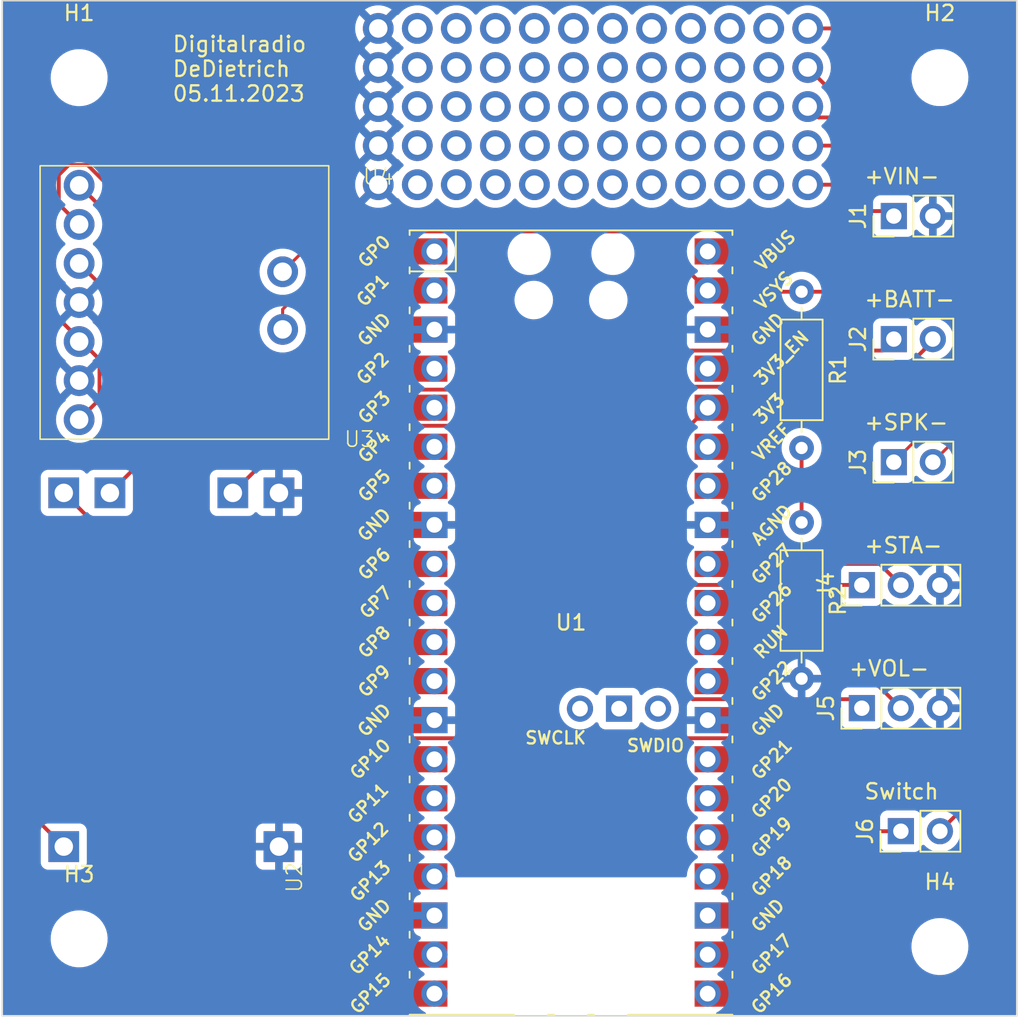
<source format=kicad_pcb>
(kicad_pcb (version 20221018) (generator pcbnew)
  (layers (0 "F.Cu" signal) (31 "B.Cu" signal) (34 "B.Paste" user) (35 "F.Paste" user) (36 "B.SilkS" user "B.Silkscreen") (37 "F.SilkS" user "F.Silkscreen") (38 "B.Mask" user) (39 "F.Mask" user) (44 "Edge.Cuts" user))
  (net 0 "")
  (net 1 "+5V")
  (net 2 "GND")
  (net 3 "+BATT")
  (net 4 "-BATT")
  (net 5 "SPKP")
  (net 6 "SPKN")
  (net 7 "+3V3")
  (net 8 "AIN_STATION")
  (net 9 "AIN_VOLUME")
  (net 10 "V_BAT_A")
  (net 11 "V_BAT_S")
  (net 12 "AIN_BAT")
  (net 13 "I2S_SDA")
  (net 14 "I2S_BCLK")
  (net 15 "I2S_LRC")
  (net 30 "Net-(U1-GPIO17)")
  (net 32 "Net-(U1-GPIO18)")
  (net 33 "Net-(U1-GPIO19)")
  (net 34 "Net-(U1-GPIO20)")
  (net 35 "Net-(U1-GPIO21)")
  (footprint "Eigene Symbole:BatteryChargeAndProtectionModule" (layer "F.Cu") (at 119.5 106 90)
    (fp_text reference "U2" (at 0 -0.5 90 unlocked) (layer "F.SilkS") (effects (font (thickness 0.1))))
    (fp_text value "~")
    (pad "1" thru_hole rect (at 2 -1.5 90) (size 2 2) (drill 1.2) (layers "*.Cu" "*.Mask") (net 2 "GND"))
    (pad "2" thru_hole rect (at 2 -15.5 90) (size 2 2) (drill 1.2) (layers "*.Cu" "*.Mask") (net 1 "+5V"))
    (pad "3" thru_hole rect (at 25 -15.5 90) (size 2 2) (drill 1.2) (layers "*.Cu" "*.Mask") (net 10 "V_BAT_A"))
    (pad "4" thru_hole rect (at 25 -12.5 90) (size 2 2) (drill 1.2) (layers "*.Cu" "*.Mask") (net 3 "+BATT"))
    (pad "5" thru_hole rect (at 25 -4.5 90) (size 2 2) (drill 1.2) (layers "*.Cu" "*.Mask") (net 4 "-BATT"))
    (pad "6" thru_hole rect (at 25 -1.5 90) (size 2 2) (drill 1.2) (layers "*.Cu" "*.Mask") (net 2 "GND"))
  )
  (footprint "Resistor_THT:R_Axial_DIN0207_L6.3mm_D2.5mm_P10.16mm_Horizontal" (layer "F.Cu") (at 152 67.92 -90)
    (fp_text reference "R1" (at 5.08 -2.37 90) (layer "F.SilkS"))
    (fp_text value "10K")
    (fp_line (start 1.04 0) (end 1.81 0) (stroke (width 0.12)) (layer "F.SilkS"))
    (fp_line (start 1.81 -1.37) (end 1.81 1.37) (stroke (width 0.12)) (layer "F.SilkS"))
    (fp_line (start 1.81 1.37) (end 8.35 1.37) (stroke (width 0.12)) (layer "F.SilkS"))
    (fp_line (start 8.35 -1.37) (end 1.81 -1.37) (stroke (width 0.12)) (layer "F.SilkS"))
    (fp_line (start 8.35 1.37) (end 8.35 -1.37) (stroke (width 0.12)) (layer "F.SilkS"))
    (fp_line (start 9.12 0) (end 8.35 0) (stroke (width 0.12)) (layer "F.SilkS"))
    (pad "1" thru_hole circle (at 0 0 270) (size 1.6 1.6) (drill 0.8) (layers "*.Cu" "*.Mask") (net 11 "V_BAT_S"))
    (pad "2" thru_hole oval (at 10.16 0 270) (size 1.6 1.6) (drill 0.8) (layers "*.Cu" "*.Mask") (net 12 "AIN_BAT"))
  )
  (footprint "MountingHole:MountingHole_3.2mm_M3" (layer "F.Cu") (at 105 54)
    (fp_text reference "H1" (at 0 -4.2) (layer "F.SilkS"))
    (fp_text value "MountingHole")
    (pad "" np_thru_hole circle (at 0 0) (size 3.2 3.2) (drill 3.2) (layers "*.Cu" "*.Mask"))
  )
  (footprint "MountingHole:MountingHole_3.2mm_M3" (layer "F.Cu") (at 161 54)
    (fp_text reference "H2" (at 0 -4.2) (layer "F.SilkS"))
    (fp_text value "MountingHole")
    (pad "" np_thru_hole circle (at 0 0) (size 3.2 3.2) (drill 3.2) (layers "*.Cu" "*.Mask"))
  )
  (footprint "RPi_Pico:RPi_PicoW_SMD_TH" (layer "F.Cu") (at 137 89.43)
    (fp_text reference "U1" (at 0 0) (layer "F.SilkS"))
    (fp_text value "PicoW")
    (fp_text user "VBUS" (at 13.3 -24.2 45) (layer "F.SilkS") (effects (font (size 0.8 0.8))))
    (fp_text user "GP2" (at -12.9 -16.51 45) (layer "F.SilkS") (effects (font (size 0.8 0.8))))
    (fp_text user "GP17" (at 13.054 21.59 45) (layer "F.SilkS") (effects (font (size 0.8 0.8))))
    (fp_text user "GP13" (at -13.054 16.8325 45) (layer "F.SilkS") (effects (font (size 0.8 0.8))))
    (fp_text user "GP18" (at 13.054 16.51 45) (layer "F.SilkS") (effects (font (size 0.8 0.8))))
    (fp_text user "GP3" (at -12.8 -13.97 45) (layer "F.SilkS") (effects (font (size 0.8 0.8))))
    (fp_text user "GP26" (at 13.054 -1.27 45) (layer "F.SilkS") (effects (font (size 0.8 0.8))))
    (fp_text user "GP5" (at -12.8 -8.89 45) (layer "F.SilkS") (effects (font (size 0.8 0.8))))
    (fp_text user "GP28" (at 13.054 -9.144 45) (layer "F.SilkS") (effects (font (size 0.8 0.8))))
    (fp_text user "GP0" (at -12.8 -24.13 45) (layer "F.SilkS") (effects (font (size 0.8 0.8))))
    (fp_text user "GP27" (at 13.054 -3.8 45) (layer "F.SilkS") (effects (font (size 0.8 0.8))))
    (fp_text user "GP7" (at -12.7 -1.3 45) (layer "F.SilkS") (effects (font (size 0.8 0.8))))
    (fp_text user "GP14" (at -13.1 21.59 45) (layer "F.SilkS") (effects (font (size 0.8 0.8))))
    (fp_text user "SWDIO" (at 5.5 8) (layer "F.SilkS") (effects (font (size 0.8 0.8))))
    (fp_text user "GP6" (at -12.8 -3.81 45) (layer "F.SilkS") (effects (font (size 0.8 0.8))))
    (fp_text user "GP8" (at -12.8 1.27 45) (layer "F.SilkS") (effects (font (size 0.8 0.8))))
    (fp_text user "GND" (at -12.8 6.35 45) (layer "F.SilkS") (effects (font (size 0.8 0.8))))
    (fp_text user "RUN" (at 13 1.27 45) (layer "F.SilkS") (effects (font (size 0.8 0.8))))
    (fp_text user "SWCLK" (at -1 7.5) (layer "F.SilkS") (effects (font (size 0.8 0.8))))
    (fp_text user "GP11" (at -13.2 11.7525 45) (layer "F.SilkS") (effects (font (size 0.8 0.8))))
    (fp_text user "VSYS" (at 13.2 -21.59 45) (layer "F.SilkS") (effects (font (size 0.8 0.8))))
    (fp_text user "GP19" (at 13.054 13.97 45) (layer "F.SilkS") (effects (font (size 0.8 0.8))))
    (fp_text user "GP9" (at -12.8 3.81 45) (layer "F.SilkS") (effects (font (size 0.8 0.8))))
    (fp_text user "GP10" (at -13.054 8.89 45) (layer "F.SilkS") (effects (font (size 0.8 0.8))))
    (fp_text user "GP21" (at 13.054 8.9 45) (layer "F.SilkS") (effects (font (size 0.8 0.8))))
    (fp_text user "GP15" (at -13.054 24.13 45) (layer "F.SilkS") (effects (font (size 0.8 0.8))))
    (fp_text user "GND" (at -12.8 -19.05 45) (layer "F.SilkS") (effects (font (size 0.8 0.8))))
    (fp_text user "GP12" (at -13.2 14.2925 45) (layer "F.SilkS") (effects (font (size 0.8 0.8))))
    (fp_text user "3V3" (at 12.9 -13.9 45) (layer "F.SilkS") (effects (font (size 0.8 0.8))))
    (fp_text user "GP22" (at 13.054 3.81 45) (layer "F.SilkS") (effects (font (size 0.8 0.8))))
    (fp_text user "AGND" (at 13.054 -6.35 45) (layer "F.SilkS") (effects (font (size 0.8 0.8))))
    (fp_text user "GND" (at 12.8 -19.05 45) (layer "F.SilkS") (effects (font (size 0.8 0.8))))
    (fp_text user "GP1" (at -12.9 -21.6 45) (layer "F.SilkS") (effects (font (size 0.8 0.8))))
    (fp_text user "GND" (at -12.8 19.05 45) (layer "F.SilkS") (effects (font (size 0.8 0.8))))
    (fp_text user "GP20" (at 13.054 11.43 45) (layer "F.SilkS") (effects (font (size 0.8 0.8))))
    (fp_text user "3V3_EN" (at 13.7 -17.2 45) (layer "F.SilkS") (effects (font (size 0.8 0.8))))
    (fp_text user "GP4" (at -12.8 -11.43 45) (layer "F.SilkS") (effects (font (size 0.8 0.8))))
    (fp_text user "VREF" (at 13.0675 -11.7425 45) (layer "F.SilkS") (effects (font (size 0.8 0.8))))
    (fp_text user "GND" (at 12.8 6.35 45) (layer "F.SilkS") (effects (font (size 0.8 0.8))))
    (fp_text user "GND" (at -12.8 -6.35 45) (layer "F.SilkS") (effects (font (size 0.8 0.8))))
    (fp_text user "GND" (at 12.8 19.05 45) (layer "F.SilkS") (effects (font (size 0.8 0.8))))
    (fp_text user "GP16" (at 13.054 24.13 45) (layer "F.SilkS") (effects (font (size 0.8 0.8))))
    (fp_line (start -10.5 -25.5) (end -10.5 -25.2) (stroke (width 0.12)) (layer "F.SilkS"))
    (fp_line (start -10.5 -25.5) (end 10.5 -25.5) (stroke (width 0.12)) (layer "F.SilkS"))
    (fp_line (start -10.5 -23.1) (end -10.5 -22.7) (stroke (width 0.12)) (layer "F.SilkS"))
    (fp_line (start -10.5 -22.833) (end -7.493 -22.833) (stroke (width 0.12)) (layer "F.SilkS"))
    (fp_line (start -10.5 -20.5) (end -10.5 -20.1) (stroke (width 0.12)) (layer "F.SilkS"))
    (fp_line (start -10.5 -18) (end -10.5 -17.6) (stroke (width 0.12)) (layer "F.SilkS"))
    (fp_line (start -10.5 -15.4) (end -10.5 -15) (stroke (width 0.12)) (layer "F.SilkS"))
    (fp_line (start -10.5 -12.9) (end -10.5 -12.5) (stroke (width 0.12)) (layer "F.SilkS"))
    (fp_line (start -10.5 -10.4) (end -10.5 -10) (stroke (width 0.12)) (layer "F.SilkS"))
    (fp_line (start -10.5 -7.8) (end -10.5 -7.4) (stroke (width 0.12)) (layer "F.SilkS"))
    (fp_line (start -10.5 -5.3) (end -10.5 -4.9) (stroke (width 0.12)) (layer "F.SilkS"))
    (fp_line (start -10.5 -2.7) (end -10.5 -2.3) (stroke (width 0.12)) (layer "F.SilkS"))
    (fp_line (start -10.5 -0.2) (end -10.5 0.2) (stroke (width 0.12)) (layer "F.SilkS"))
    (fp_line (start -10.5 2.3) (end -10.5 2.7) (stroke (width 0.12)) (layer "F.SilkS"))
    (fp_line (start -10.5 4.9) (end -10.5 5.3) (stroke (width 0.12)) (layer "F.SilkS"))
    (fp_line (start -10.5 7.4) (end -10.5 7.8) (stroke (width 0.12)) (layer "F.SilkS"))
    (fp_line (start -10.5 10) (end -10.5 10.4) (stroke (width 0.12)) (layer "F.SilkS"))
    (fp_line (start -10.5 12.5) (end -10.5 12.9) (stroke (width 0.12)) (layer "F.SilkS"))
    (fp_line (start -10.5 15.1) (end -10.5 15.5) (stroke (width 0.12)) (layer "F.SilkS"))
    (fp_line (start -10.5 17.6) (end -10.5 18) (stroke (width 0.12)) (layer "F.SilkS"))
    (fp_line (start -10.5 20.1) (end -10.5 20.5) (stroke (width 0.12)) (layer "F.SilkS"))
    (fp_line (start -10.5 22.7) (end -10.5 23.1) (stroke (width 0.12)) (layer "F.SilkS"))
    (fp_line (start -7.493 -22.833) (end -7.493 -25.5) (stroke (width 0.12)) (layer "F.SilkS"))
    (fp_line (start -3.7 25.5) (end -10.5 25.5) (stroke (width 0.12)) (layer "F.SilkS"))
    (fp_line (start -1.5 25.5) (end -1.1 25.5) (stroke (width 0.12)) (layer "F.SilkS"))
    (fp_line (start 1.1 25.5) (end 1.5 25.5) (stroke (width 0.12)) (layer "F.SilkS"))
    (fp_line (start 10.5 -25.5) (end 10.5 -25.2) (stroke (width 0.12)) (layer "F.SilkS"))
    (fp_line (start 10.5 -23.1) (end 10.5 -22.7) (stroke (width 0.12)) (layer "F.SilkS"))
    (fp_line (start 10.5 -20.5) (end 10.5 -20.1) (stroke (width 0.12)) (layer "F.SilkS"))
    (fp_line (start 10.5 -18) (end 10.5 -17.6) (stroke (width 0.12)) (layer "F.SilkS"))
    (fp_line (start 10.5 -15.4) (end 10.5 -15) (stroke (width 0.12)) (layer "F.SilkS"))
    (fp_line (start 10.5 -12.9) (end 10.5 -12.5) (stroke (width 0.12)) (layer "F.SilkS"))
    (fp_line (start 10.5 -10.4) (end 10.5 -10) (stroke (width 0.12)) (layer "F.SilkS"))
    (fp_line (start 10.5 -7.8) (end 10.5 -7.4) (stroke (width 0.12)) (layer "F.SilkS"))
    (fp_line (start 10.5 -5.3) (end 10.5 -4.9) (stroke (width 0.12)) (layer "F.SilkS"))
    (fp_line (start 10.5 -2.7) (end 10.5 -2.3) (stroke (width 0.12)) (layer "F.SilkS"))
    (fp_line (start 10.5 -0.2) (end 10.5 0.2) (stroke (width 0.12)) (layer "F.SilkS"))
    (fp_line (start 10.5 2.3) (end 10.5 2.7) (stroke (width 0.12)) (layer "F.SilkS"))
    (fp_line (start 10.5 4.9) (end 10.5 5.3) (stroke (width 0.12)) (layer "F.SilkS"))
    (fp_line (start 10.5 7.4) (end 10.5 7.8) (stroke (width 0.12)) (layer "F.SilkS"))
    (fp_line (start 10.5 10) (end 10.5 10.4) (stroke (width 0.12)) (layer "F.SilkS"))
    (fp_line (start 10.5 12.5) (end 10.5 12.9) (stroke (width 0.12)) (layer "F.SilkS"))
    (fp_line (start 10.5 15.1) (end 10.5 15.5) (stroke (width 0.12)) (layer "F.SilkS"))
    (fp_line (start 10.5 17.6) (end 10.5 18) (stroke (width 0.12)) (layer "F.SilkS"))
    (fp_line (start 10.5 20.1) (end 10.5 20.5) (stroke (width 0.12)) (layer "F.SilkS"))
    (fp_line (start 10.5 22.7) (end 10.5 23.1) (stroke (width 0.12)) (layer "F.SilkS"))
    (fp_line (start 10.5 25.5) (end 3.7 25.5) (stroke (width 0.12)) (layer "F.SilkS"))
    (pad "" np_thru_hole oval (at -2.725 -24) (size 1.8 1.8) (drill 1.8) (layers "*.Cu" "*.Mask"))
    (pad "" np_thru_hole oval (at -2.425 -20.97) (size 1.5 1.5) (drill 1.5) (layers "*.Cu" "*.Mask"))
    (pad "" np_thru_hole oval (at 2.425 -20.97) (size 1.5 1.5) (drill 1.5) (layers "*.Cu" "*.Mask"))
    (pad "" np_thru_hole oval (at 2.725 -24) (size 1.8 1.8) (drill 1.8) (layers "*.Cu" "*.Mask"))
    (pad "1" thru_hole oval (at -8.89 -24.13) (size 1.7 1.7) (drill 1.02) (layers "*.Cu" "*.Mask") (net 14 "I2S_BCLK"))
    (pad "1" smd rect (at -8.89 -24.13) (size 3.5 1.7) (drill (offset -0.9 0)) (layers "F.Cu" "F.Mask") (net 14 "I2S_BCLK"))
    (pad "2" thru_hole oval (at -8.89 -21.59) (size 1.7 1.7) (drill 1.02) (layers "*.Cu" "*.Mask") (net 15 "I2S_LRC"))
    (pad "2" smd rect (at -8.89 -21.59) (size 3.5 1.7) (drill (offset -0.9 0)) (layers "F.Cu" "F.Mask") (net 15 "I2S_LRC"))
    (pad "3" thru_hole rect (at -8.89 -19.05) (size 1.7 1.7) (drill 1.02) (layers "*.Cu" "*.Mask") (net 2 "GND"))
    (pad "3" smd rect (at -8.89 -19.05) (size 3.5 1.7) (drill (offset -0.9 0)) (layers "F.Cu" "F.Mask") (net 2 "GND"))
    (pad "4" thru_hole oval (at -8.89 -16.51) (size 1.7 1.7) (drill 1.02) (layers "*.Cu" "*.Mask") (net 13 "I2S_SDA"))
    (pad "4" smd rect (at -8.89 -16.51) (size 3.5 1.7) (drill (offset -0.9 0)) (layers "F.Cu" "F.Mask") (net 13 "I2S_SDA"))
    (pad "5" thru_hole oval (at -8.89 -13.97) (size 1.7 1.7) (drill 1.02) (layers "*.Cu" "*.Mask"))
    (pad "5" smd rect (at -8.89 -13.97) (size 3.5 1.7) (drill (offset -0.9 0)) (layers "F.Cu" "F.Mask"))
    (pad "6" thru_hole oval (at -8.89 -11.43) (size 1.7 1.7) (drill 1.02) (layers "*.Cu" "*.Mask"))
    (pad "6" smd rect (at -8.89 -11.43) (size 3.5 1.7) (drill (offset -0.9 0)) (layers "F.Cu" "F.Mask"))
    (pad "7" thru_hole oval (at -8.89 -8.89) (size 1.7 1.7) (drill 1.02) (layers "*.Cu" "*.Mask"))
    (pad "7" smd rect (at -8.89 -8.89) (size 3.5 1.7) (drill (offset -0.9 0)) (layers "F.Cu" "F.Mask"))
    (pad "8" thru_hole rect (at -8.89 -6.35) (size 1.7 1.7) (drill 1.02) (layers "*.Cu" "*.Mask") (net 2 "GND"))
    (pad "8" smd rect (at -8.89 -6.35) (size 3.5 1.7) (drill (offset -0.9 0)) (layers "F.Cu" "F.Mask") (net 2 "GND"))
    (pad "9" thru_hole oval (at -8.89 -3.81) (size 1.7 1.7) (drill 1.02) (layers "*.Cu" "*.Mask"))
    (pad "9" smd rect (at -8.89 -3.81) (size 3.5 1.7) (drill (offset -0.9 0)) (layers "F.Cu" "F.Mask"))
    (pad "10" thru_hole oval (at -8.89 -1.27) (size 1.7 1.7) (drill 1.02) (layers "*.Cu" "*.Mask"))
    (pad "10" smd rect (at -8.89 -1.27) (size 3.5 1.7) (drill (offset -0.9 0)) (layers "F.Cu" "F.Mask"))
    (pad "11" thru_hole oval (at -8.89 1.27) (size 1.7 1.7) (drill 1.02) (layers "*.Cu" "*.Mask"))
    (pad "11" smd rect (at -8.89 1.27) (size 3.5 1.7) (drill (offset -0.9 0)) (layers "F.Cu" "F.Mask"))
    (pad "12" thru_hole oval (at -8.89 3.81) (size 1.7 1.7) (drill 1.02) (layers "*.Cu" "*.Mask"))
    (pad "12" smd rect (at -8.89 3.81) (size 3.5 1.7) (drill (offset -0.9 0)) (layers "F.Cu" "F.Mask"))
    (pad "13" thru_hole rect (at -8.89 6.35) (size 1.7 1.7) (drill 1.02) (layers "*.Cu" "*.Mask") (net 2 "GND"))
    (pad "13" smd rect (at -8.89 6.35) (size 3.5 1.7) (drill (offset -0.9 0)) (layers "F.Cu" "F.Mask") (net 2 "GND"))
    (pad "14" thru_hole oval (at -8.89 8.89) (size 1.7 1.7) (drill 1.02) (layers "*.Cu" "*.Mask"))
    (pad "14" smd rect (at -8.89 8.89) (size 3.5 1.7) (drill (offset -0.9 0)) (layers "F.Cu" "F.Mask"))
    (pad "15" thru_hole oval (at -8.89 11.43) (size 1.7 1.7) (drill 1.02) (layers "*.Cu" "*.Mask"))
    (pad "15" smd rect (at -8.89 11.43) (size 3.5 1.7) (drill (offset -0.9 0)) (layers "F.Cu" "F.Mask"))
    (pad "16" thru_hole oval (at -8.89 13.97) (size 1.7 1.7) (drill 1.02) (layers "*.Cu" "*.Mask"))
    (pad "16" smd rect (at -8.89 13.97) (size 3.5 1.7) (drill (offset -0.9 0)) (layers "F.Cu" "F.Mask"))
    (pad "17" thru_hole oval (at -8.89 16.51) (size 1.7 1.7) (drill 1.02) (layers "*.Cu" "*.Mask"))
    (pad "17" smd rect (at -8.89 16.51) (size 3.5 1.7) (drill (offset -0.9 0)) (layers "F.Cu" "F.Mask"))
    (pad "18" thru_hole rect (at -8.89 19.05) (size 1.7 1.7) (drill 1.02) (layers "*.Cu" "*.Mask") (net 2 "GND"))
    (pad "18" smd rect (at -8.89 19.05) (size 3.5 1.7) (drill (offset -0.9 0)) (layers "F.Cu" "F.Mask") (net 2 "GND"))
    (pad "19" thru_hole oval (at -8.89 21.59) (size 1.7 1.7) (drill 1.02) (layers "*.Cu" "*.Mask"))
    (pad "19" smd rect (at -8.89 21.59) (size 3.5 1.7) (drill (offset -0.9 0)) (layers "F.Cu" "F.Mask"))
    (pad "20" thru_hole oval (at -8.89 24.13) (size 1.7 1.7) (drill 1.02) (layers "*.Cu" "*.Mask"))
    (pad "20" smd rect (at -8.89 24.13) (size 3.5 1.7) (drill (offset -0.9 0)) (layers "F.Cu" "F.Mask"))
    (pad "21" thru_hole oval (at 8.89 24.13) (size 1.7 1.7) (drill 1.02) (layers "*.Cu" "*.Mask"))
    (pad "21" smd rect (at 8.89 24.13) (size 3.5 1.7) (drill (offset 0.9 0)) (layers "F.Cu" "F.Mask"))
    (pad "22" thru_hole oval (at 8.89 21.59) (size 1.7 1.7) (drill 1.02) (layers "*.Cu" "*.Mask") (net 30 "Net-(U1-GPIO17)"))
    (pad "22" smd rect (at 8.89 21.59) (size 3.5 1.7) (drill (offset 0.9 0)) (layers "F.Cu" "F.Mask") (net 30 "Net-(U1-GPIO17)"))
    (pad "23" thru_hole rect (at 8.89 19.05) (size 1.7 1.7) (drill 1.02) (layers "*.Cu" "*.Mask"))
    (pad "23" smd rect (at 8.89 19.05) (size 3.5 1.7) (drill (offset 0.9 0)) (layers "F.Cu" "F.Mask"))
    (pad "24" thru_hole oval (at 8.89 16.51) (size 1.7 1.7) (drill 1.02) (layers "*.Cu" "*.Mask") (net 32 "Net-(U1-GPIO18)"))
    (pad "24" smd rect (at 8.89 16.51) (size 3.5 1.7) (drill (offset 0.9 0)) (layers "F.Cu" "F.Mask") (net 32 "Net-(U1-GPIO18)"))
    (pad "25" thru_hole oval (at 8.89 13.97) (size 1.7 1.7) (drill 1.02) (layers "*.Cu" "*.Mask") (net 33 "Net-(U1-GPIO19)"))
    (pad "25" smd rect (at 8.89 13.97) (size 3.5 1.7) (drill (offset 0.9 0)) (layers "F.Cu" "F.Mask") (net 33 "Net-(U1-GPIO19)"))
    (pad "26" thru_hole oval (at 8.89 11.43) (size 1.7 1.7) (drill 1.02) (layers "*.Cu" "*.Mask") (net 34 "Net-(U1-GPIO20)"))
    (pad "26" smd rect (at 8.89 11.43) (size 3.5 1.7) (drill (offset 0.9 0)) (layers "F.Cu" "F.Mask") (net 34 "Net-(U1-GPIO20)"))
    (pad "27" thru_hole oval (at 8.89 8.89) (size 1.7 1.7) (drill 1.02) (layers "*.Cu" "*.Mask") (net 35 "Net-(U1-GPIO21)"))
    (pad "27" smd rect (at 8.89 8.89) (size 3.5 1.7) (drill (offset 0.9 0)) (layers "F.Cu" "F.Mask") (net 35 "Net-(U1-GPIO21)"))
    (pad "28" thru_hole rect (at 8.89 6.35) (size 1.7 1.7) (drill 1.02) (layers "*.Cu" "*.Mask") (net 2 "GND"))
    (pad "28" smd rect (at 8.89 6.35) (size 3.5 1.7) (drill (offset 0.9 0)) (layers "F.Cu" "F.Mask") (net 2 "GND"))
    (pad "29" thru_hole oval (at 8.89 3.81) (size 1.7 1.7) (drill 1.02) (layers "*.Cu" "*.Mask"))
    (pad "29" smd rect (at 8.89 3.81) (size 3.5 1.7) (drill (offset 0.9 0)) (layers "F.Cu" "F.Mask"))
    (pad "30" thru_hole oval (at 8.89 1.27) (size 1.7 1.7) (drill 1.02) (layers "*.Cu" "*.Mask"))
    (pad "30" smd rect (at 8.89 1.27) (size 3.5 1.7) (drill (offset 0.9 0)) (layers "F.Cu" "F.Mask"))
    (pad "31" thru_hole oval (at 8.89 -1.27) (size 1.7 1.7) (drill 1.02) (layers "*.Cu" "*.Mask") (net 9 "AIN_VOLUME"))
    (pad "31" smd rect (at 8.89 -1.27) (size 3.5 1.7) (drill (offset 0.9 0)) (layers "F.Cu" "F.Mask") (net 9 "AIN_VOLUME"))
    (pad "32" thru_hole oval (at 8.89 -3.81) (size 1.7 1.7) (drill 1.02) (layers "*.Cu" "*.Mask") (net 8 "AIN_STATION"))
    (pad "32" smd rect (at 8.89 -3.81) (size 3.5 1.7) (drill (offset 0.9 0)) (layers "F.Cu" "F.Mask") (net 8 "AIN_STATION"))
    (pad "33" thru_hole rect (at 8.89 -6.35) (size 1.7 1.7) (drill 1.02) (layers "*.Cu" "*.Mask") (net 2 "GND"))
    (pad "33" smd rect (at 8.89 -6.35) (size 3.5 1.7) (drill (offset 0.9 0)) (layers "F.Cu" "F.Mask") (net 2 "GND"))
    (pad "34" thru_hole oval (at 8.89 -8.89) (size 1.7 1.7) (drill 1.02) (layers "*.Cu" "*.Mask") (net 12 "AIN_BAT"))
    (pad "34" smd rect (at 8.89 -8.89) (size 3.5 1.7) (drill (offset 0.9 0)) (layers "F.Cu" "F.Mask") (net 12 "AIN_BAT"))
    (pad "35" thru_hole oval (at 8.89 -11.43) (size 1.7 1.7) (drill 1.02) (layers "*.Cu" "*.Mask"))
    (pad "35" smd rect (at 8.89 -11.43) (size 3.5 1.7) (drill (offset 0.9 0)) (layers "F.Cu" "F.Mask"))
    (pad "36" thru_hole oval (at 8.89 -13.97) (size 1.7 1.7) (drill 1.02) (layers "*.Cu" "*.Mask") (net 7 "+3V3"))
    (pad "36" smd rect (at 8.89 -13.97) (size 3.5 1.7) (drill (offset 0.9 0)) (layers "F.Cu" "F.Mask") (net 7 "+3V3"))
    (pad "37" thru_hole oval (at 8.89 -16.51) (size 1.7 1.7) (drill 1.02) (layers "*.Cu" "*.Mask"))
    (pad "37" smd rect (at 8.89 -16.51) (size 3.5 1.7) (drill (offset 0.9 0)) (layers "F.Cu" "F.Mask"))
    (pad "38" thru_hole rect (at 8.89 -19.05) (size 1.7 1.7) (drill 1.02) (layers "*.Cu" "*.Mask") (net 2 "GND"))
    (pad "38" smd rect (at 8.89 -19.05) (size 3.5 1.7) (drill (offset 0.9 0)) (layers "F.Cu" "F.Mask") (net 2 "GND"))
    (pad "39" thru_hole oval (at 8.89 -21.59) (size 1.7 1.7) (drill 1.02) (layers "*.Cu" "*.Mask") (net 11 "V_BAT_S"))
    (pad "39" smd rect (at 8.89 -21.59) (size 3.5 1.7) (drill (offset 0.9 0)) (layers "F.Cu" "F.Mask") (net 11 "V_BAT_S"))
    (pad "40" thru_hole oval (at 8.89 -24.13) (size 1.7 1.7) (drill 1.02) (layers "*.Cu" "*.Mask"))
    (pad "40" smd rect (at 8.89 -24.13) (size 3.5 1.7) (drill (offset 0.9 0)) (layers "F.Cu" "F.Mask"))
    (pad "41" thru_hole oval (at 0.5841 5.6) (size 1.7 1.7) (drill 1.02) (layers "*.Cu" "*.Mask"))
    (pad "42" thru_hole rect (at 3.1241 5.6) (size 1.7 1.7) (drill 1.02) (layers "*.Cu" "*.Mask"))
    (pad "43" thru_hole oval (at 5.6641 5.6) (size 1.7 1.7) (drill 1.02) (layers "*.Cu" "*.Mask"))
  )
  (footprint "MountingHole:MountingHole_3.2mm_M3" (layer "F.Cu") (at 161 110.5)
    (fp_text reference "H4" (at 0 -4.2) (layer "F.SilkS"))
    (fp_text value "MountingHole")
    (pad "" np_thru_hole circle (at 0 0) (size 3.2 3.2) (drill 3.2) (layers "*.Cu" "*.Mask"))
  )
  (footprint "Connector_PinHeader_2.54mm:PinHeader_1x02_P2.54mm_Vertical" (layer "F.Cu") (at 158 71 90)
    (fp_text reference "J2" (at 0 -2.33 90) (layer "F.SilkS"))
    (fp_text value "Conn_01x02_Pin")
    (fp_line (start -1.33 -1.33) (end 0 -1.33) (stroke (width 0.12)) (layer "F.SilkS"))
    (fp_line (start -1.33 0) (end -1.33 -1.33) (stroke (width 0.12)) (layer "F.SilkS"))
    (fp_line (start -1.33 1.27) (end -1.33 3.87) (stroke (width 0.12)) (layer "F.SilkS"))
    (fp_line (start -1.33 1.27) (end 1.33 1.27) (stroke (width 0.12)) (layer "F.SilkS"))
    (fp_line (start -1.33 3.87) (end 1.33 3.87) (stroke (width 0.12)) (layer "F.SilkS"))
    (fp_line (start 1.33 1.27) (end 1.33 3.87) (stroke (width 0.12)) (layer "F.SilkS"))
    (pad "1" thru_hole rect (at 0 0 90) (size 1.7 1.7) (drill 1) (layers "*.Cu" "*.Mask") (net 3 "+BATT"))
    (pad "2" thru_hole oval (at 0 2.54 90) (size 1.7 1.7) (drill 1) (layers "*.Cu" "*.Mask") (net 4 "-BATT"))
  )
  (footprint "MountingHole:MountingHole_3.2mm_M3" (layer "F.Cu") (at 105 110)
    (fp_text reference "H3" (at 0 -4.2) (layer "F.SilkS"))
    (fp_text value "MountingHole")
    (pad "" np_thru_hole circle (at 0 0) (size 3.2 3.2) (drill 3.2) (layers "*.Cu" "*.Mask"))
  )
  (footprint "Connector_PinHeader_2.54mm:PinHeader_1x02_P2.54mm_Vertical" (layer "F.Cu") (at 158 63 90)
    (fp_text reference "J1" (at 0 -2.33 90) (layer "F.SilkS"))
    (fp_text value "Conn_01x02_Pin")
    (fp_line (start -1.33 -1.33) (end 0 -1.33) (stroke (width 0.12)) (layer "F.SilkS"))
    (fp_line (start -1.33 0) (end -1.33 -1.33) (stroke (width 0.12)) (layer "F.SilkS"))
    (fp_line (start -1.33 1.27) (end -1.33 3.87) (stroke (width 0.12)) (layer "F.SilkS"))
    (fp_line (start -1.33 1.27) (end 1.33 1.27) (stroke (width 0.12)) (layer "F.SilkS"))
    (fp_line (start -1.33 3.87) (end 1.33 3.87) (stroke (width 0.12)) (layer "F.SilkS"))
    (fp_line (start 1.33 1.27) (end 1.33 3.87) (stroke (width 0.12)) (layer "F.SilkS"))
    (pad "1" thru_hole rect (at 0 0 90) (size 1.7 1.7) (drill 1) (layers "*.Cu" "*.Mask") (net 1 "+5V"))
    (pad "2" thru_hole oval (at 0 2.54 90) (size 1.7 1.7) (drill 1) (layers "*.Cu" "*.Mask") (net 2 "GND"))
  )
  (footprint "Resistor_THT:R_Axial_DIN0207_L6.3mm_D2.5mm_P10.16mm_Horizontal" (layer "F.Cu") (at 152 82.92 -90)
    (fp_text reference "R2" (at 5.08 -2.37 90) (layer "F.SilkS"))
    (fp_text value "10K")
    (fp_line (start 1.04 0) (end 1.81 0) (stroke (width 0.12)) (layer "F.SilkS"))
    (fp_line (start 1.81 -1.37) (end 1.81 1.37) (stroke (width 0.12)) (layer "F.SilkS"))
    (fp_line (start 1.81 1.37) (end 8.35 1.37) (stroke (width 0.12)) (layer "F.SilkS"))
    (fp_line (start 8.35 -1.37) (end 1.81 -1.37) (stroke (width 0.12)) (layer "F.SilkS"))
    (fp_line (start 8.35 1.37) (end 8.35 -1.37) (stroke (width 0.12)) (layer "F.SilkS"))
    (fp_line (start 9.12 0) (end 8.35 0) (stroke (width 0.12)) (layer "F.SilkS"))
    (pad "1" thru_hole circle (at 0 0 270) (size 1.6 1.6) (drill 0.8) (layers "*.Cu" "*.Mask") (net 12 "AIN_BAT"))
    (pad "2" thru_hole oval (at 10.16 0 270) (size 1.6 1.6) (drill 0.8) (layers "*.Cu" "*.Mask") (net 2 "GND"))
  )
  (footprint "Connector_PinHeader_2.54mm:PinHeader_1x03_P2.54mm_Vertical" (layer "F.Cu") (at 155.92 87 90)
    (fp_text reference "J4" (at 0 -2.33 90) (layer "F.SilkS"))
    (fp_text value "Conn_01x03_Pin")
    (fp_line (start -1.33 -1.33) (end 0 -1.33) (stroke (width 0.12)) (layer "F.SilkS"))
    (fp_line (start -1.33 0) (end -1.33 -1.33) (stroke (width 0.12)) (layer "F.SilkS"))
    (fp_line (start -1.33 1.27) (end -1.33 6.41) (stroke (width 0.12)) (layer "F.SilkS"))
    (fp_line (start -1.33 1.27) (end 1.33 1.27) (stroke (width 0.12)) (layer "F.SilkS"))
    (fp_line (start -1.33 6.41) (end 1.33 6.41) (stroke (width 0.12)) (layer "F.SilkS"))
    (fp_line (start 1.33 1.27) (end 1.33 6.41) (stroke (width 0.12)) (layer "F.SilkS"))
    (pad "1" thru_hole rect (at 0 0 90) (size 1.7 1.7) (drill 1) (layers "*.Cu" "*.Mask") (net 7 "+3V3"))
    (pad "2" thru_hole oval (at 0 2.54 90) (size 1.7 1.7) (drill 1) (layers "*.Cu" "*.Mask") (net 8 "AIN_STATION"))
    (pad "3" thru_hole oval (at 0 5.08 90) (size 1.7 1.7) (drill 1) (layers "*.Cu" "*.Mask") (net 2 "GND"))
  )
  (footprint "Connector_PinHeader_2.54mm:PinHeader_1x03_P2.54mm_Vertical" (layer "F.Cu") (at 155.92 95 90)
    (fp_text reference "J5" (at 0 -2.33 90) (layer "F.SilkS"))
    (fp_text value "Conn_01x03_Pin")
    (fp_line (start -1.33 -1.33) (end 0 -1.33) (stroke (width 0.12)) (layer "F.SilkS"))
    (fp_line (start -1.33 0) (end -1.33 -1.33) (stroke (width 0.12)) (layer "F.SilkS"))
    (fp_line (start -1.33 1.27) (end -1.33 6.41) (stroke (width 0.12)) (layer "F.SilkS"))
    (fp_line (start -1.33 1.27) (end 1.33 1.27) (stroke (width 0.12)) (layer "F.SilkS"))
    (fp_line (start -1.33 6.41) (end 1.33 6.41) (stroke (width 0.12)) (layer "F.SilkS"))
    (fp_line (start 1.33 1.27) (end 1.33 6.41) (stroke (width 0.12)) (layer "F.SilkS"))
    (pad "1" thru_hole rect (at 0 0 90) (size 1.7 1.7) (drill 1) (layers "*.Cu" "*.Mask") (net 7 "+3V3"))
    (pad "2" thru_hole oval (at 0 2.54 90) (size 1.7 1.7) (drill 1) (layers "*.Cu" "*.Mask") (net 9 "AIN_VOLUME"))
    (pad "3" thru_hole oval (at 0 5.08 90) (size 1.7 1.7) (drill 1) (layers "*.Cu" "*.Mask") (net 2 "GND"))
  )
  (footprint "Eigene Symbole:Lochraster 5x12" (layer "F.Cu") (at 124.46 60.96)
    (fp_text reference "U4" (at 0 -0.5 unlocked) (layer "F.SilkS") (effects (font (thickness 0.1))))
    (fp_text value "~")
    (pad "1" thru_hole circle (at 0 0) (size 2 2) (drill 1.2) (layers "*.Cu" "*.Mask") (net 2 "GND"))
    (pad "2" thru_hole circle (at 0 -2.54) (size 2 2) (drill 1.2) (layers "*.Cu" "*.Mask") (net 2 "GND"))
    (pad "3" thru_hole circle (at 0 -5.08) (size 2 2) (drill 1.2) (layers "*.Cu" "*.Mask") (net 2 "GND"))
    (pad "4" thru_hole circle (at 0 -7.62) (size 2 2) (drill 1.2) (layers "*.Cu" "*.Mask") (net 2 "GND"))
    (pad "5" thru_hole circle (at 0 -10.16) (size 2 2) (drill 1.2) (layers "*.Cu" "*.Mask") (net 2 "GND"))
    (pad "6" thru_hole circle (at 2.54 0) (size 2 2) (drill 1.2) (layers "*.Cu" "*.Mask"))
    (pad "7" thru_hole circle (at 2.54 -2.54) (size 2 2) (drill 1.2) (layers "*.Cu" "*.Mask"))
    (pad "8" thru_hole circle (at 2.54 -5.08) (size 2 2) (drill 1.2) (layers "*.Cu" "*.Mask"))
    (pad "9" thru_hole circle (at 2.54 -7.62) (size 2 2) (drill 1.2) (layers "*.Cu" "*.Mask"))
    (pad "10" thru_hole circle (at 2.54 -10.16) (size 2 2) (drill 1.2) (layers "*.Cu" "*.Mask"))
    (pad "11" thru_hole circle (at 5.08 0) (size 2 2) (drill 1.2) (layers "*.Cu" "*.Mask"))
    (pad "12" thru_hole circle (at 5.08 -2.54) (size 2 2) (drill 1.2) (layers "*.Cu" "*.Mask"))
    (pad "13" thru_hole circle (at 5.08 -5.08) (size 2 2) (drill 1.2) (layers "*.Cu" "*.Mask"))
    (pad "14" thru_hole circle (at 5.08 -7.62) (size 2 2) (drill 1.2) (layers "*.Cu" "*.Mask"))
    (pad "15" thru_hole circle (at 5.08 -10.16) (size 2 2) (drill 1.2) (layers "*.Cu" "*.Mask"))
    (pad "16" thru_hole circle (at 7.62 0) (size 2 2) (drill 1.2) (layers "*.Cu" "*.Mask"))
    (pad "17" thru_hole circle (at 7.62 -2.54) (size 2 2) (drill 1.2) (layers "*.Cu" "*.Mask"))
    (pad "18" thru_hole circle (at 7.62 -5.08) (size 2 2) (drill 1.2) (layers "*.Cu" "*.Mask"))
    (pad "19" thru_hole circle (at 7.62 -7.62) (size 2 2) (drill 1.2) (layers "*.Cu" "*.Mask"))
    (pad "20" thru_hole circle (at 7.62 -10.16) (size 2 2) (drill 1.2) (layers "*.Cu" "*.Mask"))
    (pad "21" thru_hole circle (at 10.16 0) (size 2 2) (drill 1.2) (layers "*.Cu" "*.Mask"))
    (pad "22" thru_hole circle (at 10.16 -2.54) (size 2 2) (drill 1.2) (layers "*.Cu" "*.Mask"))
    (pad "23" thru_hole circle (at 10.16 -5.08) (size 2 2) (drill 1.2) (layers "*.Cu" "*.Mask"))
    (pad "24" thru_hole circle (at 10.16 -7.62) (size 2 2) (drill 1.2) (layers "*.Cu" "*.Mask"))
    (pad "25" thru_hole circle (at 10.16 -10.16) (size 2 2) (drill 1.2) (layers "*.Cu" "*.Mask"))
    (pad "26" thru_hole circle (at 12.7 0) (size 2 2) (drill 1.2) (layers "*.Cu" "*.Mask"))
    (pad "27" thru_hole circle (at 12.7 -2.54) (size 2 2) (drill 1.2) (layers "*.Cu" "*.Mask"))
    (pad "28" thru_hole circle (at 12.7 -5.08) (size 2 2) (drill 1.2) (layers "*.Cu" "*.Mask"))
    (pad "29" thru_hole circle (at 12.7 -7.62) (size 2 2) (drill 1.2) (layers "*.Cu" "*.Mask"))
    (pad "30" thru_hole circle (at 12.7 -10.16) (size 2 2) (drill 1.2) (layers "*.Cu" "*.Mask"))
    (pad "31" thru_hole circle (at 15.24 0) (size 2 2) (drill 1.2) (layers "*.Cu" "*.Mask"))
    (pad "32" thru_hole circle (at 15.24 -2.54) (size 2 2) (drill 1.2) (layers "*.Cu" "*.Mask"))
    (pad "33" thru_hole circle (at 15.24 -5.08) (size 2 2) (drill 1.2) (layers "*.Cu" "*.Mask"))
    (pad "34" thru_hole circle (at 15.24 -7.62) (size 2 2) (drill 1.2) (layers "*.Cu" "*.Mask"))
    (pad "35" thru_hole circle (at 15.24 -10.16) (size 2 2) (drill 1.2) (layers "*.Cu" "*.Mask"))
    (pad "36" thru_hole circle (at 17.78 0) (size 2 2) (drill 1.2) (layers "*.Cu" "*.Mask"))
    (pad "37" thru_hole circle (at 17.78 -2.54) (size 2 2) (drill 1.2) (layers "*.Cu" "*.Mask"))
    (pad "38" thru_hole circle (at 17.78 -5.08) (size 2 2) (drill 1.2) (layers "*.Cu" "*.Mask"))
    (pad "39" thru_hole circle (at 17.78 -7.62) (size 2 2) (drill 1.2) (layers "*.Cu" "*.Mask"))
    (pad "40" thru_hole circle (at 17.78 -10.16) (size 2 2) (drill 1.2) (layers "*.Cu" "*.Mask"))
    (pad "41" thru_hole circle (at 20.32 0) (size 2 2) (drill 1.2) (layers "*.Cu" "*.Mask"))
    (pad "42" thru_hole circle (at 20.32 -2.54) (size 2 2) (drill 1.2) (layers "*.Cu" "*.Mask"))
    (pad "43" thru_hole circle (at 20.32 -5.08) (size 2 2) (drill 1.2) (layers "*.Cu" "*.Mask"))
    (pad "44" thru_hole circle (at 20.32 -7.62) (size 2 2) (drill 1.2) (layers "*.Cu" "*.Mask"))
    (pad "45" thru_hole circle (at 20.32 -10.16) (size 2 2) (drill 1.2) (layers "*.Cu" "*.Mask"))
    (pad "46" thru_hole circle (at 22.86 0) (size 2 2) (drill 1.2) (layers "*.Cu" "*.Mask"))
    (pad "47" thru_hole circle (at 22.86 -2.54) (size 2 2) (drill 1.2) (layers "*.Cu" "*.Mask"))
    (pad "48" thru_hole circle (at 22.86 -5.08) (size 2 2) (drill 1.2) (layers "*.Cu" "*.Mask"))
    (pad "49" thru_hole circle (at 22.86 -7.62) (size 2 2) (drill 1.2) (layers "*.Cu" "*.Mask"))
    (pad "50" thru_hole circle (at 22.86 -10.16) (size 2 2) (drill 1.2) (layers "*.Cu" "*.Mask"))
    (pad "51" thru_hole circle (at 25.4 0) (size 2 2) (drill 1.2) (layers "*.Cu" "*.Mask"))
    (pad "52" thru_hole circle (at 25.4 -2.54) (size 2 2) (drill 1.2) (layers "*.Cu" "*.Mask"))
    (pad "53" thru_hole circle (at 25.4 -5.08) (size 2 2) (drill 1.2) (layers "*.Cu" "*.Mask"))
    (pad "54" thru_hole circle (at 25.4 -7.62) (size 2 2) (drill 1.2) (layers "*.Cu" "*.Mask"))
    (pad "55" thru_hole circle (at 25.4 -10.16) (size 2 2) (drill 1.2) (layers "*.Cu" "*.Mask"))
    (pad "56" thru_hole circle (at 27.94 0) (size 2 2) (drill 1.2) (layers "*.Cu" "*.Mask") (net 35 "Net-(U1-GPIO21)"))
    (pad "57" thru_hole circle (at 27.94 -2.54) (size 2 2) (drill 1.2) (layers "*.Cu" "*.Mask") (net 34 "Net-(U1-GPIO20)"))
    (pad "58" thru_hole circle (at 27.94 -5.08) (size 2 2) (drill 1.2) (layers "*.Cu" "*.Mask") (net 33 "Net-(U1-GPIO19)"))
    (pad "59" thru_hole circle (at 27.94 -7.62) (size 2 2) (drill 1.2) (layers "*.Cu" "*.Mask") (net 32 "Net-(U1-GPIO18)"))
    (pad "60" thru_hole circle (at 27.94 -10.16) (size 2 2) (drill 1.2) (layers "*.Cu" "*.Mask") (net 30 "Net-(U1-GPIO17)"))
  )
  (footprint "Eigene Symbole:I2SAmplifierModule" (layer "F.Cu") (at 121.24 77.51)
    (fp_text reference "U3" (at 2 0 unlocked) (layer "F.SilkS") (effects (font (thickness 0.1))))
    (fp_text value "~")
    (fp_rect (start -18.78 0) (end 0 -17.78) (stroke (width 0.1)) (fill none) (layer "F.SilkS"))
    (pad "1" thru_hole circle (at -16.24 -1.27) (size 2 2) (drill 1.2) (layers "*.Cu" "*.Mask") (net 11 "V_BAT_S"))
    (pad "2" thru_hole circle (at -16.24 -3.81) (size 2 2) (drill 1.2) (layers "*.Cu" "*.Mask") (net 2 "GND"))
    (pad "3" thru_hole circle (at -16.24 -6.35) (size 2 2) (drill 1.2) (layers "*.Cu" "*.Mask") (net 11 "V_BAT_S"))
    (pad "4" thru_hole circle (at -16.24 -8.89) (size 2 2) (drill 1.2) (layers "*.Cu" "*.Mask") (net 2 "GND"))
    (pad "5" thru_hole circle (at -16.24 -11.43) (size 2 2) (drill 1.2) (layers "*.Cu" "*.Mask") (net 13 "I2S_SDA"))
    (pad "6" thru_hole circle (at -16.24 -13.97) (size 2 2) (drill 1.2) (layers "*.Cu" "*.Mask") (net 14 "I2S_BCLK"))
    (pad "7" thru_hole circle (at -16.24 -16.51) (size 2 2) (drill 1.2) (layers "*.Cu" "*.Mask") (net 15 "I2S_LRC"))
    (pad "8" thru_hole circle (at -3 -10.89) (size 2 2) (drill 1.2) (layers "*.Cu" "*.Mask") (net 6 "SPKN"))
    (pad "9" thru_hole circle (at -3 -7.14) (size 2 2) (drill 1.2) (layers "*.Cu" "*.Mask") (net 5 "SPKP"))
  )
  (footprint "Connector_PinHeader_2.54mm:PinHeader_1x02_P2.54mm_Vertical" (layer "F.Cu") (at 158 79 90)
    (fp_text reference "J3" (at 0 -2.33 90) (layer "F.SilkS"))
    (fp_text value "Conn_01x02_Pin")
    (fp_line (start -1.33 -1.33) (end 0 -1.33) (stroke (width 0.12)) (layer "F.SilkS"))
    (fp_line (start -1.33 0) (end -1.33 -1.33) (stroke (width 0.12)) (layer "F.SilkS"))
    (fp_line (start -1.33 1.27) (end -1.33 3.87) (stroke (width 0.12)) (layer "F.SilkS"))
    (fp_line (start -1.33 1.27) (end 1.33 1.27) (stroke (width 0.12)) (layer "F.SilkS"))
    (fp_line (start -1.33 3.87) (end 1.33 3.87) (stroke (width 0.12)) (layer "F.SilkS"))
    (fp_line (start 1.33 1.27) (end 1.33 3.87) (stroke (width 0.12)) (layer "F.SilkS"))
    (pad "1" thru_hole rect (at 0 0 90) (size 1.7 1.7) (drill 1) (layers "*.Cu" "*.Mask") (net 5 "SPKP"))
    (pad "2" thru_hole oval (at 0 2.54 90) (size 1.7 1.7) (drill 1) (layers "*.Cu" "*.Mask") (net 6 "SPKN"))
  )
  (footprint "Connector_PinHeader_2.54mm:PinHeader_1x02_P2.54mm_Vertical" (layer "F.Cu") (at 158.46 103 90)
    (fp_text reference "J6" (at 0 -2.33 90) (layer "F.SilkS"))
    (fp_text value "Conn_01x02_Pin")
    (fp_line (start -1.33 -1.33) (end 0 -1.33) (stroke (width 0.12)) (layer "F.SilkS"))
    (fp_line (start -1.33 0) (end -1.33 -1.33) (stroke (width 0.12)) (layer "F.SilkS"))
    (fp_line (start -1.33 1.27) (end -1.33 3.87) (stroke (width 0.12)) (layer "F.SilkS"))
    (fp_line (start -1.33 1.27) (end 1.33 1.27) (stroke (width 0.12)) (layer "F.SilkS"))
    (fp_line (start -1.33 3.87) (end 1.33 3.87) (stroke (width 0.12)) (layer "F.SilkS"))
    (fp_line (start 1.33 1.27) (end 1.33 3.87) (stroke (width 0.12)) (layer "F.SilkS"))
    (pad "1" thru_hole rect (at 0 0 90) (size 1.7 1.7) (drill 1) (layers "*.Cu" "*.Mask") (net 10 "V_BAT_A"))
    (pad "2" thru_hole oval (at 0 2.54 90) (size 1.7 1.7) (drill 1) (layers "*.Cu" "*.Mask") (net 11 "V_BAT_S"))
  )
  (gr_rect (start 100 49) (end 166 115) (stroke (width 0.1)) (fill none) (layer "Edge.Cuts"))
  (gr_text "+VIN-" (at 156 61) (layer "F.SilkS") (effects (font (size 1 1)) (justify left bottom)))
  (gr_text "Switch" (at 156 101) (layer "F.SilkS") (effects (font (size 1 1)) (justify left bottom)))
  (gr_text "+BATT-" (at 156 69) (layer "F.SilkS") (effects (font (size 1 1)) (justify left bottom)))
  (gr_text "+STA-" (at 156 85) (layer "F.SilkS") (effects (font (size 1 1)) (justify left bottom)))
  (gr_text "+SPK-" (at 156 77) (layer "F.SilkS") (effects (font (size 1 1)) (justify left bottom)))
  (gr_text "+VOL-" (at 155 93) (layer "F.SilkS") (effects (font (size 1 1)) (justify left bottom)))
  (gr_text "Digitalradio\nDeDietrich\n05.11.2023" (at 110.998 55.626) (layer "F.SilkS") (effects (font (size 1 1)) (justify left bottom)))
  (segment (start 101.727 60.636604) (end 101.727 101.727) (width 0.25) (layer "F.Cu") (net 1))
  (segment (start 103.588604 58.775) (end 101.727 60.636604) (width 0.25) (layer "F.Cu") (net 1))
  (segment (start 101.727 101.727) (end 104 104) (width 0.25) (layer "F.Cu") (net 1))
  (segment (start 117.683959 58.775) (end 103.588604 58.775) (width 0.25) (layer "F.Cu") (net 1))
  (segment (start 158 63) (end 157.869 63) (width 0.25) (layer "F.Cu") (net 1))
  (segment (start 157.869 63) (end 157.544 62.675) (width 0.25) (layer "F.Cu") (net 1))
  (segment (start 157.544 62.675) (end 121.583959 62.675) (width 0.25) (layer "F.Cu") (net 1))
  (segment (start 121.583959 62.675) (end 117.683959 58.775) (width 0.25) (layer "F.Cu") (net 1))
  (segment (start 125.32538 74.285) (end 129.09462 74.285) (width 0.25) (layer "F.Cu") (net 3))
  (segment (start 157.255 71.745) (end 158 71) (width 0.25) (layer "F.Cu") (net 3))
  (segment (start 131.63462 71.745) (end 157.255 71.745) (width 0.25) (layer "F.Cu") (net 3))
  (segment (start 112 76) (end 125.135 76) (width 0.25) (layer "F.Cu") (net 3))
  (segment (start 129.09462 74.285) (end 131.63462 71.745) (width 0.25) (layer "F.Cu") (net 3))
  (segment (start 125.135 74.47538) (end 125.32538 74.285) (width 0.25) (layer "F.Cu") (net 3))
  (segment (start 125.135 76) (end 125.135 74.47538) (width 0.25) (layer "F.Cu") (net 3))
  (segment (start 107 81) (end 112 76) (width 0.25) (layer "F.Cu") (net 3))
  (segment (start 160 71) (end 160 71.663878) (width 0.25) (layer "F.Cu") (net 4))
  (segment (start 160 71.663878) (end 157.568878 74.095) (width 0.25) (layer "F.Cu") (net 4))
  (segment (start 160.54 71) (end 160 71) (width 0.25) (layer "F.Cu") (net 4))
  (segment (start 157.568878 74.095) (end 131.63462 74.095) (width 0.25) (layer "F.Cu") (net 4))
  (segment (start 119.55 76.45) (end 115 81) (width 0.25) (layer "F.Cu") (net 4))
  (segment (start 131.63462 74.095) (end 129.09462 76.635) (width 0.25) (layer "F.Cu") (net 4))
  (segment (start 125.32538 76.635) (end 125.14038 76.45) (width 0.25) (layer "F.Cu") (net 4))
  (segment (start 129.09462 76.635) (end 125.32538 76.635) (width 0.25) (layer "F.Cu") (net 4))
  (segment (start 125.14038 76.45) (end 119.55 76.45) (width 0.25) (layer "F.Cu") (net 4))
  (segment (start 159.328275 67.495) (end 160.62824 67.495) (width 0.2) (layer "F.Cu") (net 5))
  (segment (start 118.24 69.065) (end 123.805 63.5) (width 0.2) (layer "F.Cu") (net 5))
  (segment (start 162.687 69.55376) (end 162.687 74.313) (width 0.2) (layer "F.Cu") (net 5))
  (segment (start 162.687 74.313) (end 158 79) (width 0.2) (layer "F.Cu") (net 5))
  (segment (start 155.333275 63.5) (end 159.328275 67.495) (width 0.2) (layer "F.Cu") (net 5))
  (segment (start 160.62824 67.495) (end 162.687 69.55376) (width 0.2) (layer "F.Cu") (net 5))
  (segment (start 123.805 63.5) (end 155.333275 63.5) (width 0.2) (layer "F.Cu") (net 5))
  (segment (start 118.24 70.37) (end 118.24 69.065) (width 0.2) (layer "F.Cu") (net 5))
  (segment (start 163.087 76.453) (end 160.54 79) (width 0.2) (layer "F.Cu") (net 6))
  (segment (start 163.087 69.388074) (end 163.087 76.453) (width 0.2) (layer "F.Cu") (net 6))
  (segment (start 155.49896 63.1) (end 159.493961 67.095) (width 0.2) (layer "F.Cu") (net 6))
  (segment (start 159.493961 67.095) (end 160.793926 67.095) (width 0.2) (layer "F.Cu") (net 6))
  (segment (start 160.793926 67.095) (end 163.087 69.388074) (width 0.2) (layer "F.Cu") (net 6))
  (segment (start 118.24 66.62) (end 121.76 63.1) (width 0.2) (layer "F.Cu") (net 6))
  (segment (start 121.76 63.1) (end 155.49896 63.1) (width 0.2) (layer "F.Cu") (net 6))
  (segment (start 144 88) (end 144 87) (width 0.25) (layer "F.Cu") (net 7))
  (segment (start 144.015 86.985) (end 155.905 86.985) (width 0.25) (layer "F.Cu") (net 7))
  (segment (start 144 93.50962) (end 144 88) (width 0.25) (layer "F.Cu") (net 7))
  (segment (start 144 77.35) (end 144 88) (width 0.25) (layer "F.Cu") (net 7))
  (segment (start 155.335 94.415) (end 144.90538 94.415) (width 0.25) (layer "F.Cu") (net 7))
  (segment (start 144 87) (end 144.015 86.985) (width 0.25) (layer "F.Cu") (net 7))
  (segment (start 155.92 95) (end 155.335 94.415) (width 0.25) (layer "F.Cu") (net 7))
  (segment (start 155.905 86.985) (end 155.92 87) (width 0.25) (layer "F.Cu") (net 7))
  (segment (start 145.89 75.46) (end 144 77.35) (width 0.25) (layer "F.Cu") (net 7))
  (segment (start 144.90538 94.415) (end 144 93.50962) (width 0.25) (layer "F.Cu") (net 7))
  (segment (start 157.08 85.62) (end 145.89 85.62) (width 0.25) (layer "F.Cu") (net 8))
  (segment (start 158.46 87) (end 157.08 85.62) (width 0.25) (layer "F.Cu") (net 8))
  (segment (start 158.46 95) (end 151.62 88.16) (width 0.25) (layer "F.Cu") (net 9))
  (segment (start 151.62 88.16) (end 145.89 88.16) (width 0.25) (layer "F.Cu") (net 9))
  (segment (start 158.46 103) (end 155.2478 103) (width 0.25) (layer "F.Cu") (net 10))
  (segment (start 149.2028 96.955) (end 119.955 96.955) (width 0.25) (layer "F.Cu") (net 10))
  (segment (start 155.2478 103) (end 149.2028 96.955) (width 0.25) (layer "F.Cu") (net 10))
  (segment (start 119.955 96.955) (end 104 81) (width 0.25) (layer "F.Cu") (net 10))
  (segment (start 163 101) (end 161 103) (width 0.25) (layer "F.Cu") (net 11))
  (segment (start 105 71.16) (end 105 71) (width 0.25) (layer "F.Cu") (net 11))
  (segment (start 152 67.92) (end 160.4522 67.92) (width 0.25) (layer "F.Cu") (net 11))
  (segment (start 120.4976 68.95278) (end 125.45038 64) (width 0.25) (layer "F.Cu") (net 11))
  (segment (start 105.73523 59.225) (end 108.9 62.38977) (width 0.25) (layer "F.Cu") (net 11))
  (segment (start 152 67.92) (end 145.97 67.92) (width 0.25) (layer "F.Cu") (net 11))
  (segment (start 105 71) (end 106.325 72.325) (width 0.25) (layer "F.Cu") (net 11))
  (segment (start 103.225 69.225) (end 103.225 59.775) (width 0.25) (layer "F.Cu") (net 11))
  (segment (start 156 79.9016) (end 163 86.9016) (width 0.25) (layer "F.Cu") (net 11))
  (segment (start 108.9 62.38977) (end 108.9 65.627208) (width 0.25) (layer "F.Cu") (net 11))
  (segment (start 106.325 74.915) (end 105 76.24) (width 0.25) (layer "F.Cu") (net 11))
  (segment (start 163 86.9016) (end 163 101) (width 0.25) (layer "F.Cu") (net 11))
  (segment (start 162 69.4678) (end 162 71.9594) (width 0.25) (layer "F.Cu") (net 11))
  (segment (start 108.9 65.627208) (end 115.822792 72.55) (width 0.25) (layer "F.Cu") (net 11))
  (segment (start 162 71.9594) (end 156 77.9594) (width 0.25) (layer "F.Cu") (net 11))
  (segment (start 145.97 67.92) (end 145.89 67.84) (width 0.25) (layer "F.Cu") (net 11))
  (segment (start 103.775 59.225) (end 105.73523 59.225) (width 0.25) (layer "F.Cu") (net 11))
  (segment (start 142.05 64) (end 145.89 67.84) (width 0.25) (layer "F.Cu") (net 11))
  (segment (start 105 71) (end 103.225 69.225) (width 0.25) (layer "F.Cu") (net 11))
  (segment (start 115.822792 72.55) (end 118.45 72.55) (width 0.25) (layer "F.Cu") (net 11))
  (segment (start 156 77.9594) (end 156 79.9016) (width 0.25) (layer "F.Cu") (net 11))
  (segment (start 120.4976 70.5024) (end 120.4976 68.95278) (width 0.25) (layer "F.Cu") (net 11))
  (segment (start 125.45038 64) (end 142.05 64) (width 0.25) (layer "F.Cu") (net 11))
  (segment (start 103.225 59.775) (end 103.775 59.225) (width 0.25) (layer "F.Cu") (net 11))
  (segment (start 106.325 72.325) (end 106.325 74.915) (width 0.25) (layer "F.Cu") (net 11))
  (segment (start 118.45 72.55) (end 120.4976 70.5024) (width 0.25) (layer "F.Cu") (net 11))
  (segment (start 160.4522 67.92) (end 162 69.4678) (width 0.25) (layer "F.Cu") (net 11))
  (segment (start 152 80) (end 152 82.92) (width 0.25) (layer "F.Cu") (net 12))
  (segment (start 152 78.08) (end 152 80) (width 0.25) (layer "F.Cu") (net 12))
  (segment (start 145.89 80.54) (end 151.46 80.54) (width 0.25) (layer "F.Cu") (net 12))
  (segment (start 151.46 80.54) (end 152 80) (width 0.25) (layer "F.Cu") (net 12))
  (segment (start 122.1012 72.92) (end 128.11 72.92) (width 0.25) (layer "F.Cu") (net 13))
  (segment (start 105 66.08) (end 112.82 73.9) (width 0.25) (layer "F.Cu") (net 13))
  (segment (start 112.82 73.9) (end 121.1212 73.9) (width 0.25) (layer "F.Cu") (net 13))
  (segment (start 121.1212 73.9) (end 122.1012 72.92) (width 0.25) (layer "F.Cu") (net 13))
  (segment (start 115.636396 73) (end 118.636396 73) (width 0.25) (layer "F.Cu") (net 14))
  (segment (start 103.675 62.215) (end 103.675 60.325) (width 0.25) (layer "F.Cu") (net 14))
  (segment (start 105.548834 59.675) (end 108.45 62.576166) (width 0.25) (layer "F.Cu") (net 14))
  (segment (start 108.45 62.576166) (end 108.45 65.813604) (width 0.25) (layer "F.Cu") (net 14))
  (segment (start 118.636396 73) (end 120.9476 70.688796) (width 0.25) (layer "F.Cu") (net 14))
  (segment (start 105 63.54) (end 103.675 62.215) (width 0.25) (layer "F.Cu") (net 14))
  (segment (start 103.675 60.325) (end 104.325 59.675) (width 0.25) (layer "F.Cu") (net 14))
  (segment (start 124.786776 65.3) (end 128.11 65.3) (width 0.25) (layer "F.Cu") (net 14))
  (segment (start 104.325 59.675) (end 105.548834 59.675) (width 0.25) (layer "F.Cu") (net 14))
  (segment (start 120.9476 70.688796) (end 120.9476 69.139176) (width 0.25) (layer "F.Cu") (net 14))
  (segment (start 120.9476 69.139176) (end 124.786776 65.3) (width 0.25) (layer "F.Cu") (net 14))
  (segment (start 108.45 65.813604) (end 115.636396 73) (width 0.25) (layer "F.Cu") (net 14))
  (segment (start 108 64) (end 108 66) (width 0.25) (layer "F.Cu") (net 15))
  (segment (start 121.3976 69.325572) (end 122.883172 67.84) (width 0.25) (layer "F.Cu") (net 15))
  (segment (start 121.3976 70.875192) (end 121.3976 69.325572) (width 0.25) (layer "F.Cu") (net 15))
  (segment (start 105 61) (end 108 64) (width 0.25) (layer "F.Cu") (net 15))
  (segment (start 122.883172 67.84) (end 128.11 67.84) (width 0.25) (layer "F.Cu") (net 15))
  (segment (start 108 66) (end 115.45 73.45) (width 0.25) (layer "F.Cu") (net 15))
  (segment (start 118.822792 73.45) (end 121.3976 70.875192) (width 0.25) (layer "F.Cu") (net 15))
  (segment (start 115.45 73.45) (end 118.822792 73.45) (width 0.25) (layer "F.Cu") (net 15))
  (segment (start 150.58962 114.3) (end 147.30962 111.02) (width 0.25) (layer "F.Cu") (net 30))
  (segment (start 147.30962 111.02) (end 145.89 111.02) (width 0.25) (layer "F.Cu") (net 30))
  (segment (start 165.376 111.670396) (end 162.746396 114.3) (width 0.25) (layer "F.Cu") (net 30))
  (segment (start 162.746396 114.3) (end 150.58962 114.3) (width 0.25) (layer "F.Cu") (net 30))
  (segment (start 152.4 50.8) (end 162.56 50.8) (width 0.25) (layer "F.Cu") (net 30))
  (segment (start 162.56 50.8) (end 165.376 53.616) (width 0.25) (layer "F.Cu") (net 30))
  (segment (start 165.376 53.616) (end 165.376 111.670396) (width 0.25) (layer "F.Cu") (net 30))
  (segment (start 164.555 55.975) (end 155.035 55.975) (width 0.25) (layer "F.Cu") (net 32))
  (segment (start 162.56 113.85) (end 164.926 111.484) (width 0.25) (layer "F.Cu") (net 32))
  (segment (start 145.89 105.94) (end 147.30962 105.94) (width 0.25) (layer "F.Cu") (net 32))
  (segment (start 164.926 111.484) (end 164.926 56.346) (width 0.25) (layer "F.Cu") (net 32))
  (segment (start 147.30962 105.94) (end 155.21962 113.85) (width 0.25) (layer "F.Cu") (net 32))
  (segment (start 155.035 55.975) (end 152.4 53.34) (width 0.25) (layer "F.Cu") (net 32))
  (segment (start 155.21962 113.85) (end 162.56 113.85) (width 0.25) (layer "F.Cu") (net 32))
  (segment (start 164.926 56.346) (end 164.555 55.975) (width 0.25) (layer "F.Cu") (net 32))
  (segment (start 152.4 55.88) (end 153.107107 56.587107) (width 0.25) (layer "F.Cu") (net 33))
  (segment (start 147.30962 103.4) (end 145.89 103.4) (width 0.25) (layer "F.Cu") (net 33))
  (segment (start 153.107107 56.587107) (end 163.267107 56.587107) (width 0.25) (layer "F.Cu") (net 33))
  (segment (start 157.30962 113.4) (end 147.30962 103.4) (width 0.25) (layer "F.Cu") (net 33))
  (segment (start 164.476 111.297604) (end 162.373604 113.4) (width 0.25) (layer "F.Cu") (net 33))
  (segment (start 163.267107 56.587107) (end 164.476 57.796) (width 0.25) (layer "F.Cu") (net 33))
  (segment (start 162.373604 113.4) (end 157.30962 113.4) (width 0.25) (layer "F.Cu") (net 33))
  (segment (start 164.476 57.796) (end 164.476 111.297604) (width 0.25) (layer "F.Cu") (net 33))
  (segment (start 153.67 106.68) (end 147.85 100.86) (width 0.25) (layer "F.Cu") (net 34))
  (segment (start 164.026 59.886) (end 164.026 102.912198) (width 0.25) (layer "F.Cu") (net 34))
  (segment (start 152.4 58.42) (end 162.56 58.42) (width 0.25) (layer "F.Cu") (net 34))
  (segment (start 160.258198 106.68) (end 153.67 106.68) (width 0.25) (layer "F.Cu") (net 34))
  (segment (start 164.026 102.912198) (end 160.258198 106.68) (width 0.25) (layer "F.Cu") (net 34))
  (segment (start 147.85 100.86) (end 145.89 100.86) (width 0.25) (layer "F.Cu") (net 34))
  (segment (start 162.56 58.42) (end 164.026 59.886) (width 0.25) (layer "F.Cu") (net 34))
  (segment (start 152.4 60.96) (end 162.56 60.96) (width 0.25) (layer "F.Cu") (net 35))
  (segment (start 163.576 61.976) (end 163.576 102.725802) (width 0.25) (layer "F.Cu") (net 35))
  (segment (start 162.56 60.96) (end 163.576 61.976) (width 0.25) (layer "F.Cu") (net 35))
  (segment (start 160.383802 105.918) (end 155.194 105.918) (width 0.25) (layer "F.Cu") (net 35))
  (segment (start 147.596 98.32) (end 145.89 98.32) (width 0.25) (layer "F.Cu") (net 35))
  (segment (start 163.576 102.725802) (end 160.383802 105.918) (width 0.25) (layer "F.Cu") (net 35))
  (segment (start 155.194 105.918) (end 147.596 98.32) (width 0.25) (layer "F.Cu") (net 35))
  (zone (net 0) (net_name "") (layer "B.Cu") (connect_pads (clearance 0)) (min_thickness 0.25)
    (keepout (tracks not_allowed) (vias not_allowed) (pads not_allowed) (copperpour not_allowed) (footprints allowed))
    (fill (thermal_gap 0.5) (thermal_bridge_width 0.5))
    (polygon (pts (xy 129 106) (xy 129 115) (xy 145 115) (xy 145 106)))
  )
  (zone (net 2) (net_name "GND") (layer "B.Cu") (connect_pads (clearance 0.5)) (min_thickness 0.25) (fill yes (thermal_gap 0.5) (thermal_bridge_width 0.5))
    (polygon (pts (xy 100 49) (xy 166 49) (xy 166 115) (xy 100 115)))
  )
)
</source>
